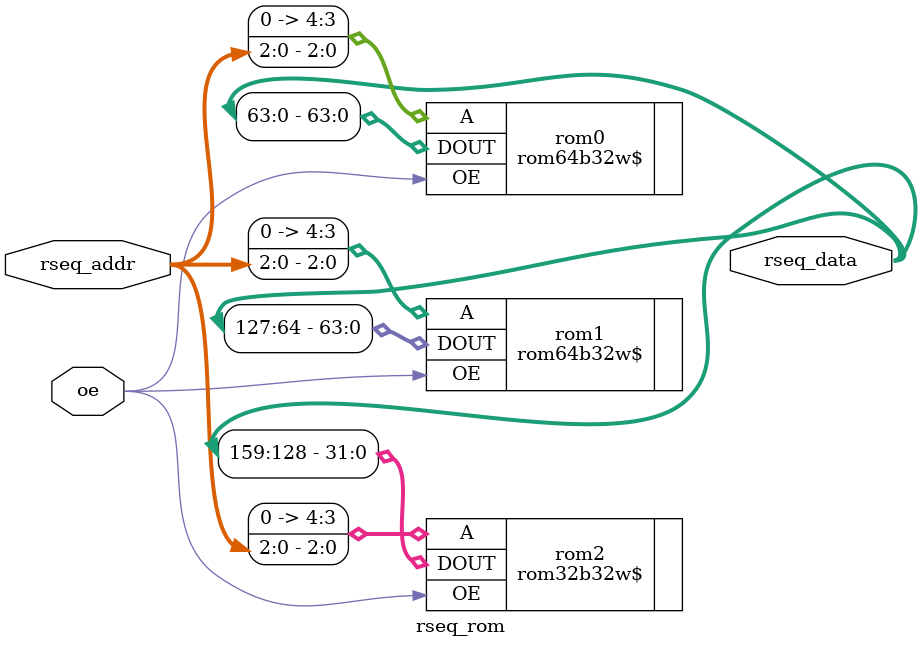
<source format=v>
/*************** Microarchiture Project******************/
/********************************************************/
/* Module: Decoded signals stored in ROM for iret, int &*/
/* exception handling.                                  */
/********************************************************/

module rseq_rom(
  input oe,
  input [2:0] rseq_addr,
  output [159:0] rseq_data  
);

rom64b32w$ rom0(.A({2'b00,rseq_addr}), .OE(oe), .DOUT(rseq_data[63:0]));
rom64b32w$ rom1(.A({2'b00,rseq_addr}), .OE(oe), .DOUT(rseq_data[127:64]));
rom32b32w$ rom2(.A({2'b00,rseq_addr}), .OE(oe), .DOUT(rseq_data[159:128]));

endmodule

</source>
